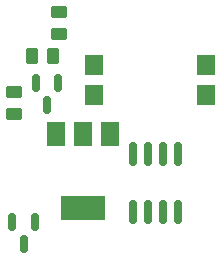
<source format=gbp>
G04 #@! TF.GenerationSoftware,KiCad,Pcbnew,(6.0.11)*
G04 #@! TF.CreationDate,2023-12-04T17:04:48+01:00*
G04 #@! TF.ProjectId,PCB_Dongle_Linky,5043425f-446f-46e6-976c-655f4c696e6b,rev?*
G04 #@! TF.SameCoordinates,Original*
G04 #@! TF.FileFunction,Paste,Bot*
G04 #@! TF.FilePolarity,Positive*
%FSLAX46Y46*%
G04 Gerber Fmt 4.6, Leading zero omitted, Abs format (unit mm)*
G04 Created by KiCad (PCBNEW (6.0.11)) date 2023-12-04 17:04:48*
%MOMM*%
%LPD*%
G01*
G04 APERTURE LIST*
G04 Aperture macros list*
%AMRoundRect*
0 Rectangle with rounded corners*
0 $1 Rounding radius*
0 $2 $3 $4 $5 $6 $7 $8 $9 X,Y pos of 4 corners*
0 Add a 4 corners polygon primitive as box body*
4,1,4,$2,$3,$4,$5,$6,$7,$8,$9,$2,$3,0*
0 Add four circle primitives for the rounded corners*
1,1,$1+$1,$2,$3*
1,1,$1+$1,$4,$5*
1,1,$1+$1,$6,$7*
1,1,$1+$1,$8,$9*
0 Add four rect primitives between the rounded corners*
20,1,$1+$1,$2,$3,$4,$5,0*
20,1,$1+$1,$4,$5,$6,$7,0*
20,1,$1+$1,$6,$7,$8,$9,0*
20,1,$1+$1,$8,$9,$2,$3,0*%
G04 Aperture macros list end*
%ADD10R,1.500000X1.780000*%
%ADD11RoundRect,0.150000X-0.150000X0.587500X-0.150000X-0.587500X0.150000X-0.587500X0.150000X0.587500X0*%
%ADD12RoundRect,0.250000X-0.450000X0.262500X-0.450000X-0.262500X0.450000X-0.262500X0.450000X0.262500X0*%
%ADD13R,1.500000X2.000000*%
%ADD14R,3.800000X2.000000*%
%ADD15RoundRect,0.250000X0.262500X0.450000X-0.262500X0.450000X-0.262500X-0.450000X0.262500X-0.450000X0*%
%ADD16RoundRect,0.150000X0.150000X-0.825000X0.150000X0.825000X-0.150000X0.825000X-0.150000X-0.825000X0*%
G04 APERTURE END LIST*
D10*
G04 #@! TO.C,U1*
X29500000Y-113890000D03*
X29500000Y-111350000D03*
X39030000Y-111350000D03*
X39030000Y-113890000D03*
G04 #@! TD*
D11*
G04 #@! TO.C,Q2*
X22600000Y-124612500D03*
X24500000Y-124612500D03*
X23550000Y-126487500D03*
G04 #@! TD*
D12*
G04 #@! TO.C,R1*
X26565000Y-106837500D03*
X26565000Y-108662500D03*
G04 #@! TD*
D13*
G04 #@! TO.C,U2*
X26300000Y-117150000D03*
X28600000Y-117150000D03*
D14*
X28600000Y-123450000D03*
D13*
X30900000Y-117150000D03*
G04 #@! TD*
D11*
G04 #@! TO.C,Q1*
X24600000Y-112862500D03*
X26500000Y-112862500D03*
X25550000Y-114737500D03*
G04 #@! TD*
D15*
G04 #@! TO.C,R2*
X26062500Y-110600000D03*
X24237500Y-110600000D03*
G04 #@! TD*
D12*
G04 #@! TO.C,R3*
X22700000Y-113650000D03*
X22700000Y-115475000D03*
G04 #@! TD*
D16*
G04 #@! TO.C,U3*
X36605000Y-123775000D03*
X35335000Y-123775000D03*
X34065000Y-123775000D03*
X32795000Y-123775000D03*
X32795000Y-118825000D03*
X34065000Y-118825000D03*
X35335000Y-118825000D03*
X36605000Y-118825000D03*
G04 #@! TD*
M02*

</source>
